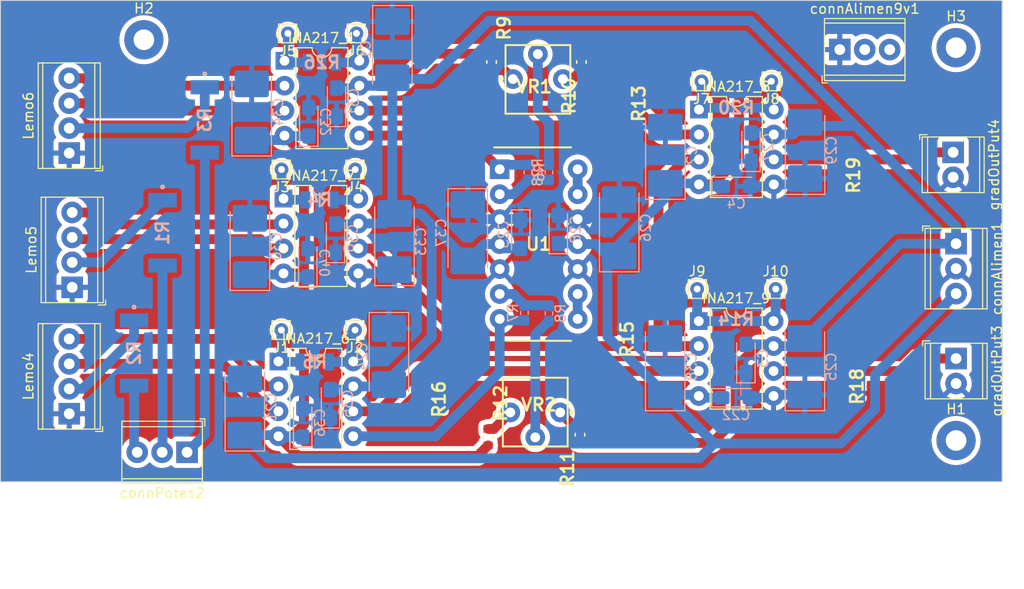
<source format=kicad_pcb>
(kicad_pcb (version 20221018) (generator pcbnew)
  (layers (0 "F.Cu" mixed "Top Layer") (31 "B.Cu" mixed "Bottom Layer") (34 "B.Paste" user "Bottom Paste") (35 "F.Paste" user "Top Paste") (36 "B.SilkS" user "Bottom Overlay") (37 "F.SilkS" user "Top Overlay") (38 "B.Mask" user "Bottom Solder") (39 "F.Mask" user "Top Solder") (44 "Edge.Cuts" user))
  (net 0 "")
  (net 1 "-13")
  (net 2 "Earth")
  (net 3 "+13")
  (net 6 "Net-(connPotes2-Pin_1)")
  (net 7 "Net-(connPotes2-Pin_2)")
  (net 8 "Net-(connPotes2-Pin_3)")
  (net 9 "Net-(gradOutPut3-Pin_1)")
  (net 10 "Net-(gradOutPut4-Pin_1)")
  (net 11 "Net-(J5-Pin_1)")
  (net 12 "Net-(INA217_1--)")
  (net 13 "Net-(INA217_1-+)")
  (net 14 "Net-(INA217_1-Ref)")
  (net 15 "Net-(INA217_8--)")
  (net 16 "Net-(J6-Pin_1)")
  (net 17 "Net-(J1-Pin_1)")
  (net 18 "Net-(INA217_6--)")
  (net 19 "Net-(INA217_6-+)")
  (net 20 "Net-(INA217_6-Ref)")
  (net 21 "Net-(INA217_9-+)")
  (net 22 "Net-(J2-Pin_1)")
  (net 23 "Net-(J3-Pin_1)")
  (net 24 "Net-(INA217_7--)")
  (net 25 "Net-(INA217_7-+)")
  (net 26 "Net-(INA217_8-+)")
  (net 27 "Net-(J4-Pin_1)")
  (net 28 "Net-(J7-Pin_1)")
  (net 29 "Net-(J8-Pin_1)")
  (net 30 "Net-(J9-Pin_1)")
  (net 31 "Net-(J10-Pin_1)")
  (net 32 "Net-(Lemo4-Pin_2)")
  (net 33 "Net-(Lemo5-Pin_2)")
  (net 34 "Net-(Lemo6-Pin_2)")
  (net 35 "Net-(U1A--)")
  (net 36 "Net-(R8-Pad1)")
  (net 37 "Net-(R9-Pad2)")
  (net 38 "Net-(R10-Pad1)")
  (net 39 "Net-(R11-Pad2)")
  (net 40 "Net-(R12-Pad1)")
  (net 41 "Net-(R28-Pad1)")
  (net 42 "Net-(U1B--)")
  (net 43 "Net-(U1C--)")
  (net 44 "Net-(U1D--)")
  (footprint "Library_Acid_etch_limitations:MountingHole_2.1mm_Acid_Etch_Limitations" (layer "F.Cu") (at 167.3011 110.8036)
    (fp_text reference "H3")
    (fp_text value "MountingHole_Pad")
  )
  (footprint "SamacSys_Parts:RESC1608X60N" (layer "F.Cu") (at 119.6511 150.4654 -90)
    (fp_text reference "R12")
    (fp_text value "1k" hide)
  )
  (footprint "Library_Acid_etch_limitations:RESC1005X40N_Acid_Etch_Limitations" (layer "F.Cu") (at 135 116.5 90)
    (fp_text reference "R13")
    (fp_text value "2k" hide)
  )
  (footprint "TerminalBlock_Phoenix:TerminalBlock_Phoenix_MPT-0,5-4-2.54_1x04_P2.54mm_Horizontal" (layer "F.Cu") (at 77.3011 135.2036 90)
    (fp_text reference "Lemo5")
    (fp_text value "Connector")
  )
  (footprint "Library_Acid_etch_limitations:RESC1005X40N_Acid_Etch_Limitations" (layer "F.Cu") (at 114.65 146.6 -90)
    (fp_text reference "R16")
    (fp_text value "2k" hide)
  )
  (footprint "Library_Acid_etch_limitations:3362P_1_Acid_Etch_Limitations" (layer "F.Cu") (at 124.4511 144.4154 180)
    (fp_text reference "VR2")
    (fp_text value "10k" hide)
  )
  (footprint "Library_Acid_etch_limitations:DIP794W53P254L1930H508Q14N_Acid_Etch_Limitations" (layer "F.Cu") (at 124.8011 130.8036)
    (fp_text reference "U1")
    (fp_text value "TL074" hide)
  )
  (footprint "Connector_Pin:Pin_D0.7mm_L6.5mm_W1.8mm_FlatFork" (layer "F.Cu") (at 98.6171 123.2081)
    (fp_text reference "J3")
    (fp_text value "~")
  )
  (footprint "Library_Acid_etch_limitations:MountingHole_2.1mm_Acid_Etch_Limitations" (layer "F.Cu") (at 167.3011 150.8036)
    (fp_text reference "H1")
    (fp_text value "MountingHole_Pad")
  )
  (footprint "Connector_Pin:Pin_D0.7mm_L6.5mm_W1.8mm_FlatFork" (layer "F.Cu") (at 106.2451 109.3481)
    (fp_text reference "J6")
    (fp_text value "~")
  )
  (footprint "Connector_Pin:Pin_D0.7mm_L6.5mm_W1.8mm_FlatFork" (layer "F.Cu") (at 141.383 114.2325)
    (fp_text reference "J7")
    (fp_text value "~")
  )
  (footprint "Library_Acid_etch_limitations:3362P_1_Acid_Etch_Limitations" (layer "F.Cu") (at 124.7213 117.53)
    (fp_text reference "VR1")
    (fp_text value "10k" hide)
  )
  (footprint "Library_Acid_etch_limitations:DIP-8_W7.62mm_Acid_Etch_Limitations" (layer "F.Cu") (at 141.122 117.1055)
    (fp_text reference "INA217_8")
    (fp_text value "X")
  )
  (footprint "Connector_Pin:Pin_D0.7mm_L6.5mm_W1.8mm_FlatFork" (layer "F.Cu") (at 148.495 114.2325)
    (fp_text reference "J8")
    (fp_text value "~")
  )
  (footprint "Library_Acid_etch_limitations:DIP-8_W7.62mm_Acid_Etch_Limitations" (layer "F.Cu") (at 98.9171 112.1381)
    (fp_text reference "INA217_1")
    (fp_text value "X")
  )
  (footprint "Connector_Pin:Pin_D0.7mm_L6.5mm_W1.8mm_FlatFork" (layer "F.Cu") (at 99.2601 109.3481)
    (fp_text reference "J5")
    (fp_text value "~")
  )
  (footprint "Connector_Pin:Pin_D0.7mm_L6.5mm_W1.8mm_FlatFork" (layer "F.Cu") (at 140.934 135.376 180)
    (fp_text reference "J9")
    (fp_text value "~")
  )
  (footprint "Library_Acid_etch_limitations:TerminalBlock_Phoenix_MPT-0,5-3-2.54_1x03_P2.54mm_Horizontal_Acid_Etch_Limitations" (layer "F.Cu") (at 167.3011 130.7636 -90)
    (fp_text reference "connAlimen1")
    (fp_text value "Connector")
  )
  (footprint "Connector_Pin:Pin_D0.7mm_L6.5mm_W1.8mm_FlatFork" (layer "F.Cu") (at 106.1011 139.5536)
    (fp_text reference "J2")
    (fp_text value "~")
  )
  (footprint "Library_Acid_etch_limitations:TerminalBlock_Phoenix_MPT-0,5-3-2.54_1x03_P2.54mm_Horizontal_Acid_Etch_Limitations" (layer "F.Cu") (at 89 152 180)
    (fp_text reference "connPotes2")
    (fp_text value "Connector")
  )
  (footprint "Library_Acid_etch_limitations:TerminalBlock_Phoenix_MPT-0,5-2-2.54_1x02_P2.54mm_Horizontal_Acid_Etch_Limitations" (layer "F.Cu") (at 167 121.46 -90)
    (fp_text reference "gradOutPut4")
    (fp_text value "Connector")
  )
  (footprint "Connector_Pin:Pin_D0.7mm_L6.5mm_W1.8mm_FlatFork" (layer "F.Cu") (at 106.1171 123.2081)
    (fp_text reference "J4")
    (fp_text value "~")
  )
  (footprint "Connector_Pin:Pin_D0.7mm_L6.5mm_W1.8mm_FlatFork" (layer "F.Cu") (at 148.934 135.376 180)
    (fp_text reference "J10")
    (fp_text value "~")
  )
  (footprint "Library_Acid_etch_limitations:TerminalBlock_Phoenix_MPT-0,5-2-2.54_1x02_P2.54mm_Horizontal_Acid_Etch_Limitations" (layer "F.Cu") (at 167.3011 142.46 -90)
    (fp_text reference "gradOutPut3")
    (fp_text value "Connector")
  )
  (footprint "Library_Acid_etch_limitations:TerminalBlock_Phoenix_MPT-0,5-3-2.54_1x03_P2.54mm_Horizontal_Acid_Etch_Limitations" (layer "F.Cu") (at 155.46 111)
    (fp_text reference "connAlimen9v1")
    (fp_text value "Connector")
  )
  (footprint "Package_DIP:DIP-8_W7.62mm" (layer "F.Cu") (at 98.3011 142.7536)
    (fp_text reference "INA217_6")
    (fp_text value "X")
  )
  (footprint "Library_Acid_etch_limitations:RESC1005X40N_Acid_Etch_Limitations" (layer "F.Cu") (at 133.8 140.5 90)
    (fp_text reference "R15")
    (fp_text value "2k" hide)
  )
  (footprint "SamacSys_Parts:RESC1608X60N" (layer "F.Cu") (at 129.1518 112.26 90)
    (fp_text reference "R10")
    (fp_text value "1k" hide)
  )
  (footprint "TerminalBlock_Phoenix:TerminalBlock_Phoenix_MPT-0,5-4-2.54_1x04_P2.54mm_Horizontal" (layer "F.Cu") (at 77 148.08 90)
    (fp_text reference "Lemo4")
    (fp_text value "Connector")
  )
  (footprint "Library_Acid_etch_limitations:DIP-8_W7.62mm_Acid_Etch_Limitations" (layer "F.Cu") (at 141.1 138.65)
    (fp_text reference "INA217_9")
    (fp_text value "X")
  )
  (footprint "Connector_Pin:Pin_D0.7mm_L6.5mm_W1.8mm_FlatFork" (layer "F.Cu") (at 98.6011 139.5536)
    (fp_text reference "J1")
    (fp_text value "~")
  )
  (footprint "Library_Acid_etch_limitations:MountingHole_2.1mm_Acid_Etch_Limitations" (layer "F.Cu") (at 84.6 110)
    (fp_text reference "H2")
    (fp_text value "MountingHole_Pad")
  )
  (footprint "TerminalBlock_Phoenix:TerminalBlock_Phoenix_MPT-0,5-4-2.54_1x04_P2.54mm_Horizontal" (layer "F.Cu") (at 77 121.54 90)
    (fp_text reference "Lemo6")
    (fp_text value "Connector")
  )
  (footprint "Library_Acid_etch_limitations:RESC1005X40N_Acid_Etch_Limitations" (layer "F.Cu") (at 157.2 145.3 90)
    (fp_text reference "R18")
    (fp_text value "2k" hide)
  )
  (footprint "SamacSys_Parts:RESC1608X60N" (layer "F.Cu") (at 129.0011 150.2154 90)
    (fp_text reference "R11")
    (fp_text value "1k" hide)
  )
  (footprint "SamacSys_Parts:RESC1608X60N" (layer "F.Cu") (at 120.0018 112.26 -90)
    (fp_text reference "R9")
    (fp_text value "1k" hide)
  )
  (footprint "Library_Acid_etch_limitations:RESC1005X40N_Acid_Etch_Limitations" (layer "F.Cu") (at 156.85 123.8 90)
    (fp_text reference "R19")
    (fp_text value "2k" hide)
  )
  (footprint "Library_Acid_etch_limitations:DIP-8_W7.62mm_Acid_Etch_Limitations" (layer "F.Cu") (at 98.8171 126.1681)
    (fp_text reference "INA217_7")
    (fp_text value "X")
  )
  (footprint "SamacSys_Parts:RESC1608X55N" (layer "B.Cu") (at 144.922 116.9255)
    (fp_text reference "R20")
    (fp_text value "10k" hide)
  )
  (footprint "Capacitor_Tantalum_SMD:CP_EIA-3216-10_Kemet-I_Pad1.58x1.35mm_HandSolder" (layer "B.Cu") (at 145.9 142.45 90)
    (fp_text reference "C3")
    (fp_text value "0.1uF")
  )
  (footprint "SamacSys_Parts:RESC1608X55N" (layer "B.Cu") (at 144.9 138.45)
    (fp_text reference "R14")
    (fp_text value "10k" hide)
  )
  (footprint "SamacSys_Parts:RESC3016X65N" (layer "B.Cu") (at 102 142.8)
    (fp_text reference "R5")
    (fp_text value "200" hide)
  )
  (footprint "Library_Acid_etch_limitations:R_0402_1005Metric_Pad0.72x0.64mm_HandSolder_Acid_Etch_Limitations" (layer "B.Cu") (at 123.7 123.5 90)
    (fp_text reference "R6")
    (fp_text value "2k")
  )
  (footprint "Capacitor_Tantalum_SMD:CP_EIA-7132-20_AVX-U_Pad2.72x3.50mm_HandSolder" (layer "B.Cu") (at 109.9 111 -90)
    (fp_text reference "C1")
    (fp_text value "10uF")
  )
  (footprint "Capacitor_Tantalum_SMD:CP_EIA-3216-10_Kemet-I_Pad1.58x1.35mm_HandSolder" (layer "B.Cu") (at 122.9741 129.8036 -90)
    (fp_text reference "C23")
    (fp_text value "0.1uF")
  )
  (footprint "Capacitor_Tantalum_SMD:CP_EIA-7132-20_AVX-U_Pad2.72x3.50mm_HandSolder" (layer "B.Cu") (at 151.902 143.287 90)
    (fp_text reference "C25")
    (fp_text value "10uF")
  )
  (footprint "SamacSys_Parts:ERJ1T__2512_" (layer "B.Cu") (at 83.6 141.9 -90)
    (fp_text reference "R2")
    (fp_text value "1.5k" hide)
  )
  (footprint "Capacitor_Tantalum_SMD:CP_EIA-7132-20_AVX-U_Pad2.72x3.50mm_HandSolder" (layer "B.Cu") (at 151.924 121.2625 90)
    (fp_text reference "C29")
    (fp_text value "10uF")
  )
  (footprint "Capacitor_Tantalum_SMD:CP_EIA-7132-20_AVX-U_Pad2.72x3.50mm_HandSolder" (layer "B.Cu") (at 117.5791 129.6406 -90)
    (fp_text reference "C37")
    (fp_text value "10uF")
  )
  (footprint "Capacitor_Tantalum_SMD:CP_EIA-7132-20_AVX-U_Pad2.72x3.50mm_HandSolder" (layer "B.Cu") (at 95.5771 117.3491 90)
    (fp_text reference "C34")
    (fp_text value "10uF")
  )
  (footprint "Capacitor_Tantalum_SMD:CP_EIA-7132-20_AVX-U_Pad2.72x3.50mm_HandSolder" (layer "B.Cu") (at 109.5511 142.2536 -90)
    (fp_text reference "C24")
    (fp_text value "10uF")
  )
  (footprint "Capacitor_Tantalum_SMD:CP_EIA-7132-20_AVX-U_Pad2.72x3.50mm_HandSolder" (layer "B.Cu") (at 133 129.1406 90)
    (fp_text reference "C26")
    (fp_text value "10uF")
  )
  (footprint "Capacitor_Tantalum_SMD:CP_EIA-3216-10_Kemet-I_Pad1.58x1.35mm_HandSolder" (layer "B.Cu") (at 126.8011 129.3036 90)
    (fp_text reference "C28")
    (fp_text value "0.1uF")
  )
  (footprint "Capacitor_Tantalum_SMD:CP_EIA-3216-10_Kemet-I_Pad1.58x1.35mm_HandSolder" (layer "B.Cu") (at 146.422 120.9255 90)
    (fp_text reference "C27")
    (fp_text value "0.1uF")
  )
  (footprint "Capacitor_Tantalum_SMD:CP_EIA-7132-20_AVX-U_Pad2.72x3.50mm_HandSolder" (layer "B.Cu") (at 110.1191 130.5451 90)
    (fp_text reference "C33")
    (fp_text value "10uF")
  )
  (footprint "Library_Acid_etch_limitations:R_0402_1005Metric_Pad0.72x0.64mm_HandSolder_Acid_Etch_Limitations" (layer "B.Cu") (at 123.3511 137.8036 -90)
    (fp_text reference "R7")
    (fp_text value "2k")
  )
  (footprint "Capacitor_Tantalum_SMD:CP_EIA-7132-20_AVX-U_Pad2.72x3.50mm_HandSolder" (layer "B.Cu") (at 137.7 121.7625 90)
    (fp_text reference "C2")
    (fp_text value "10uF")
  )
  (footprint "Capacitor_Tantalum_SMD:CP_EIA-3216-10_Kemet-I_Pad1.58x1.35mm_HandSolder" (layer "B.Cu") (at 104.1171 130.2081 90)
    (fp_text reference "C39")
    (fp_text value "0.1uF")
  )
  (footprint "Capacitor_Tantalum_SMD:CP_EIA-3216-10_Kemet-I_Pad1.58x1.35mm_HandSolder" (layer "B.Cu") (at 144.9 146.45)
    (fp_text reference "C22")
    (fp_text value "0.1uF")
  )
  (footprint "Capacitor_Tantalum_SMD:CP_EIA-7132-20_AVX-U_Pad2.72x3.50mm_HandSolder" (layer "B.Cu") (at 137.678 143.287 90)
    (fp_text reference "C38")
    (fp_text value "10uF")
  )
  (footprint "Capacitor_Tantalum_SMD:CP_EIA-7132-20_AVX-U_Pad2.72x3.50mm_HandSolder" (layer "B.Cu") (at 95.3951 131.0451 90)
    (fp_text reference "C30")
    (fp_text value "10uF")
  )
  (footprint "Library_Acid_etch_limitations:R_0402_1005Metric_Pad0.72x0.64mm_HandSolder_Acid_Etch_Limitations" (layer "B.Cu") (at 125.85 123.5 -90)
    (fp_text reference "R28")
    (fp_text value "20k")
  )
  (footprint "Capacitor_Tantalum_SMD:CP_EIA-7132-20_AVX-U_Pad2.72x3.50mm_HandSolder" (layer "B.Cu") (at 94.8791 147.3906 90)
    (fp_text reference "C21")
    (fp_text value "10uF")
  )
  (footprint "Capacitor_Tantalum_SMD:CP_EIA-3216-10_Kemet-I_Pad1.58x1.35mm_HandSolder" (layer "B.Cu") (at 104.2171 116.3581 90)
    (fp_text reference "C31")
    (fp_text value "0.1uF")
  )
  (footprint "Capacitor_Tantalum_SMD:CP_EIA-3216-10_Kemet-I_Pad1.58x1.35mm_HandSolder" (layer "B.Cu") (at 144.922 124.9255)
    (fp_text reference "C4")
    (fp_text value "0.1uF")
  )
  (footprint "Capacitor_Tantalum_SMD:CP_EIA-3216-10_Kemet-I_Pad1.58x1.35mm_HandSolder" (layer "B.Cu") (at 100.7741 148.9911 90)
    (fp_text reference "C36")
    (fp_text value "0.1uF")
  )
  (footprint "SamacSys_Parts:RESC3016X65N" (layer "B.Cu") (at 102.7171 112.3)
    (fp_text reference "R26")
    (fp_text value "200" hide)
  )
  (footprint "SamacSys_Parts:ERJ1T__2512_" (layer "B.Cu") (at 86.5 129.6625 -90)
    (fp_text reference "R1")
    (fp_text value "1.5k" hide)
  )
  (footprint "Capacitor_Tantalum_SMD:CP_EIA-3216-10_Kemet-I_Pad1.58x1.35mm_HandSolder" (layer "B.Cu") (at 103.6011 147.0536 90)
    (fp_text reference "C35")
    (fp_text value "0.1uF")
  )
  (footprint "SamacSys_Parts:RESC3016X65N" (layer "B.Cu") (at 102.5 126.3)
    (fp_text reference "R4")
    (fp_text value "200" hide)
  )
  (footprint "Library_Acid_etch_limitations:R_0402_1005Metric_Pad0.72x0.64mm_HandSolder_Acid_Etch_Limitations" (layer "B.Cu") (at 125.8511 137.8536 90)
    (fp_text reference "R8")
    (fp_text value "20k")
  )
  (footprint "Capacitor_Tantalum_SMD:CP_EIA-3216-10_Kemet-I_Pad1.58x1.35mm_HandSolder" (layer "B.Cu") (at 101.3901 118.3581 90)
    (fp_text reference "C32")
    (fp_text value "0.1uF")
  )
  (footprint "SamacSys_Parts:ERJ1T__2512_" (layer "B.Cu") (at 90.8 118.1625 -90)
    (fp_text reference "R3")
    (fp_text value "1.5k" hide)
  )
  (footprint "Capacitor_Tantalum_SMD:CP_EIA-3216-10_Kemet-I_Pad1.58x1.35mm_HandSolder" (layer "B.Cu") (at 101.2901 132.7081 90)
    (fp_text reference "C40")
    (fp_text value "0.1uF")
  )
  (gr_line (start 172 106) (end 172 155) (stroke (width 0.1)) (layer "Edge.Cuts"))
  (gr_line (start 70 106) (end 172 106) (stroke (width 0.1)) (layer "Edge.Cuts"))
  (gr_line (start 70 155) (end 70 106) (stroke (width 0.1)) (layer "Edge.Cuts"))
  (gr_line (start 172 155) (end 70 155) (stroke (width 0.1)) (layer "Edge.Cuts"))
  (gr_text "VB" (at 73 119 90) (layer "F.Cu") (effects (font (size 1.5 1.5) (thickness 0.3) bold) (justify left bottom)))
  (gr_text "+" (at 71.2 116) (layer "F.Cu") (effects (font (size 1.5 1.5) (thickness 0.3) bold) (justify left bottom)))
  (gr_text "GND" (at 73 125 90) (layer "F.Cu") (effects (font (size 1.5 1.5) (thickness 0.3) bold) (justify left bottom)))
  (gr_text "-\n" (at 72.9 113 90) (layer "F.Cu") (effects (font (size 1.5 1.5) (thickness 0.3) bold) (justify left bottom)))
  (segment (start 99.715313 150.3736) (end 100.9011 149.187813) (width 1) (layer "F.Cu") (net 1))
  (segment (start 145.2 122.061713) (end 142.536213 124.7255) (width 1) (layer "F.Cu") (net 1))
  (segment (start 100.3011 152.3736) (end 98.3011 150.3736) (width 1) (layer "F.Cu") (net 1))
  (segment (start 100.9011 149.187813) (end 100.9011 133.7036) (width 1) (layer "F.Cu") (net 1))
  (segment (start 100.9011 133.7036) (end 100.9011 121.7421) (width 1) (layer "F.Cu") (net 1))
  (segment (start 142.536213 124.7255) (end 141.122 124.7255) (width 1) (layer "F.Cu") (net 1))
  (segment (start 129.1518 111.4218) (end 141.886728 111.4218) (width 1) (layer "F.Cu") (net 1))
  (segment (start 145.2 114.735072) (end 145.2 122.061713) (width 1) (layer "F.Cu") (net 1))
  (segment (start 98.8171 133.7881) (end 100.8166 133.7881) (width 1) (layer "F.Cu") (net 1))
  (segment (start 141.886728 111.4218) (end 145.2 114.735072) (width 1) (layer "F.Cu") (net 1))
  (segment (start 100.8166 133.7881) (end 100.9011 133.7036) (width 1) (layer "F.Cu") (net 1))
  (segment (start 118.5811 152.3736) (end 100.3011 152.3736) (width 1) (layer "F.Cu") (net 1))
  (segment (start 119.6511 151.3036) (end 118.5811 152.3736) (width 1) (layer "F.Cu") (net 1))
  (segment (start 100.9011 121.7421) (end 98.9171 119.7581) (width 1) (layer "F.Cu") (net 1))
  (segment (start 98.3011 150.3736) (end 99.715313 150.3736) (width 1) (layer "F.Cu") (net 1))
  (segment (start 97.2416 152.6156) (end 141.1676 152.6156) (width 1) (layer "B.Cu") (net 1))
  (segment (start 142.9011 151.1036) (end 142.6796 151.1036) (width 1) (layer "B.Cu") (net 1))
  (segment (start 137.7 124.625) (end 137.7 126.1062) (width 1) (layer "B.Cu") (net 1))
  (segment (start 101.3901 119.7956) (end 98.9546 119.7956) (width 1) (layer "B.Cu") (net 1))
  (segment (start 98.4636 120.2116) (end 98.9171 119.7581) (width 1) (layer "B.Cu") (net 1))
  (segment (start 143.4845 124.9255) (end 141.322 124.9255) (width 1) (layer "B.Cu") (net 1))
  (segment (start 98.1806 150.2531) (end 98.3011 150.3736) (width 1) (layer "B.Cu") (net 1))
  (segment (start 141.28 146.45) (end 141.1 146.27) (width 1) (layer "B.Cu") (net 1))
  (segment (start 137.7 126.1062) (end 131.8031 132.0031) (width 1) (layer "B.Cu") (net 1))
  (segment (start 141.322 124.9255) (end 141.122 124.7255) (width 1) (layer "B.Cu") (net 1))
  (segment (start 126.8011 130.7411) (end 128.7086 130.7411) (width 1) (layer "B.Cu") (net 1))
  (segment (start 128.7086 130.7411) (end 128.7711 130.8036) (width 1) (layer "B.Cu") (net 1))
  (segment (start 94.8791 150.2531) (end 98.1806 150.2531) (width 1) (layer "B.Cu") (net 1))
  (segment (start 166.1511 137.0036) (end 159.0511 144.1036) (width 1) (layer "B.Cu") (net 1))
  (segment (start 159.0511 147.6036) (end 155.5511 151.1036) (width 1) (layer "B.Cu") (net 1))
  (segment (start 98.6976 133.9076) (end 98.8171 133.7881) (width 1) (layer "B.Cu") (net 1))
  (segment (start 143.4625 146.45) (end 141.28 146.45) (width 1) (layer "B.Cu") (net 1))
  (segment (start 98.9546 119.7956) (end 98.9171 119.7581) (width 1) (layer "B.Cu") (net 1))
  (segment (start 101.2901 134.1456) (end 99.1746 134.1456) (width 1) (layer "B.Cu") (net 1))
  (segment (start 159.0511 144.1036) (end 159.0511 147.6036) (width 1) (layer "B.Cu") (net 1))
  (segment (start 95.3951 133.9076) (end 98.6976 133.9076) (width 1) (layer "B.Cu") (net 1))
  (segment (start 166.1511 136.9936) (end 166.1511 137.0036) (width 1) (layer "B.Cu") (net 1))
  (segment (start 131.8031 132.0031) (end 130.6036 130.8036) (width 1) (layer "B.Cu") (net 1))
  (segment (start 137.678 146.1495) (end 140.9795 146.1495) (width 1) (layer "B.Cu") (net 1))
  (segment (start 137.5791 146.0031) (end 131.8031 140.2271) (width 1) (layer "B.Cu") (net 1))
  (segment (start 141.1676 152.6156) (end 142.6796 151.1036) (width 1) (layer "B.Cu") (net 1))
  (segment (start 131.8031 140.2271) (end 131.8031 132.0031) (width 1) (layer "B.Cu") (net 1))
  (segment (start 167.3011 135.8436) (end 166.1511 136.9936) (width 1) (layer "B.Cu") (net 1))
  (segment (start 100.7741 150.4286) (end 98.3561 150.4286) (width 1) (layer "B.Cu") (net 1))
  (segment (start 137.7 124.625) (end 141.0215 124.625) (width 1) (layer "B.Cu") (net 1))
  (segment (start 130.6036 130.8036) (end 128.7711 130.8036) (width 1) (layer "B.Cu") (net 1))
  (segment (start 155.5511 151.1036) (end 142.9011 151.1036) (width 1) (layer "B.Cu") (net 1))
  (segment (start 98.3561 150.4286) (end 98.3011 150.3736) (width 1) (layer "B.Cu") (net 1))
  (segment (start 95.5771 120.2116) (end 98.4636 120.2116) (width 1) (layer "B.Cu") (net 1))
  (segment (start 140.9795 146.1495) (end 141.1 146.27) (width 1) (layer "B.Cu") (net 1))
  (segment (start 142.6796 151.1036) (end 137.5791 146.0031) (width 1) (layer "B.Cu") (net 1))
  (segment (start 99.1746 134.1456) (end 98.8171 133.7881) (width 1) (layer "B.Cu") (net 1))
  (segment (start 141.0215 124.625) (end 141.122 124.7255) (width 1) (layer "B.Cu") (net 1))
  (segment (start 94.8791 150.2531) (end 97.2416 152.6156) (width 1) (layer "B.Cu") (net 1))
  (segment (start 109.5866 133.7881) (end 106.4371 133.7881) (width 1) (layer "B.Cu") (net 2))
  (segment (start 151.924 124.2655) (end 151.464 124.7255) (width 1) (layer "B.Cu") (net 2))
  (segment (start 109.6626 133.8641) (end 109.5866 133.7881) (width 1) (layer "B.Cu") (net 2))
  (segment (start 146.422 122.363) (end 146.422 124.863) (width 1) (layer "B.Cu") (net 2))
  (segment (start 146.3595 124.9255) (end 148.542 124.9255) (width 1) (layer "B.Cu") (net 2))
  (segment (start 110.1191 133.4076) (end 109.6626 133.8641) (width 1) (layer "B.Cu") (net 2))
  (segment (start 100.7741 147.5536) (end 102.6636 147.5536) (width 1) (layer "B.Cu") (net 2))
  (segment (start 148.8405 146.1495) (end 148.54 146.45) (width 1) (layer "B.Cu") (net 2))
  (segment (start 146.422 124.863) (end 146.3595 124.9255) (width 1) (layer "B.Cu") (net 2))
  (segment (start 148.54 146.45) (end 148.72 146.27) (width 1) (layer "B.Cu") (net 2))
  (segment (start 151.902 146.1495) (end 148.8405 146.1495) (width 1) (layer "B.Cu") (net 2))
  (segment (start 128.3736 127.8661) (end 128.7711 128.2636) (width 1) (layer "B.Cu") (net 2))
  (segment (start 122.8526 128.2446) (end 120.8151 128.2446) (width 1) (layer "B.Cu") (net 2))
  (segment (start 126.8011 127.8661) (end 128.3736 127.8661) (width 1) (layer "B.Cu") (net 2))
  (segment (start 122.9741 128.3661) (end 122.8526 128.2446) (width 1) (layer "B.Cu") (net 2))
  (segment (start 151.924 124.125) (end 151.924 124.2655) (width 1) (layer "B.Cu") (net 2))
  (segment (start 117.5791 126.7781) (end 119.0646 128.2636) (width 1) (layer "B.Cu") (net 2))
  (segment (start 145.9 143.8875) (end 145.9 146.0125) (width 1) (layer "B.Cu") (net 2))
  (segment (start 145.9 146.0125) (end 146.3375 146.45) (width 1) (layer "B.Cu") (net 2))
  (segment (start 129.8176 128.2636) (end 128.7711 128.2636) (width 1) (layer "B.Cu") (net 2))
  (segment (start 102.6636 147.5536) (end 103.6011 148.4911) (width 1) (layer "B.Cu") (net 2))
  (segment (start 151.464 124.7255) (end 148.742 124.7255) (width 1) (layer "B.Cu") (net 2))
  (segment (start 146.3375 146.45) (end 148.54 146.45) (width 1) (layer "B.Cu") (net 2))
  (segment (start 148.542 124.9255) (end 148.742 124.7255) (width 1) (layer "B.Cu") (net 2))
  (segment (start 119.0646 128.2636) (end 120.8311 128.2636) (width 1) (layer "B.Cu") (net 2))
  (segment (start 131.8031 126.2781) (end 129.8176 128.2636) (width 1) (layer "B.Cu") (net 2))
  (segment (start 113.8282 111.4218) (end 110.5719 114.6781) (width 1) (layer "F.Cu") (net 3))
  (segment (start 120.0018 111.4218) (end 113.8282 111.4218) (width 1) (layer "F.Cu") (net 3))
  (segment (start 142.4511 151.0536) (end 144.8511 148.6536) (width 1) (layer "F.Cu") (net 3))
  (segment (start 110.5719 114.6781) (end 106.5371 114.6781) (width 1) (layer "F.Cu") (net 3))
  (segment (start 144.8511 148.6536) (end 144.8511 143.379387) (width 1) (layer "F.Cu") (net 3))
  (segment (start 147.206887 141.0236) (end 148.6211 141.0236) (width 1) (layer "F.Cu") (net 3))
  (segment (start 144.8511 143.379387) (end 147.206887 141.0236) (width 1) (layer "F.Cu") (net 3))
  (segment (start 129.0011 151.0536) (end 142.4511 151.0536) (width 1) (layer "F.Cu") (net 3))
  (segment (start 109.6031 144.5281) (end 108.8376 145.2936) (width 1) (layer "B.Cu") (net 3))
  (segment (start 145.9 141.0125) (end 148.5425 141.0125) (width 1) (layer "B.Cu") (net 3))
  (segment (start 151.902 140.4245) (end 151.1365 141.19) (width 1) (layer "B.Cu") (net 3))
  (segment (start 121.2686 131.2411) (end 120.8311 130.8036) (width 1) (layer "B.Cu") (net 3))
  (segment (start 122.9741 131.2411) (end 121.2686 131.2411) (width 1) (layer "B.Cu") (net 3))
  (segment (start 117.5791 132.5031) (end 119.2786 130.8036) (width 1) (layer "B.Cu") (net 3))
  (segment (start 113.9011 140.2301) (end 109.6031 144.5281) (width 1) (layer "B.Cu") (net 3))
  (segment (start 106.2946 114.9206) (end 106.5371 114.6781) (width 1) (layer "B.Cu") (net 3))
  (segment (start 167.3011 130.7636) (end 167.3011 129.0036) (width 1) (layer "B.Cu") (net 3))
  (segment (start 161.5629 130.7636) (end 167.3011 130.7636) (width 1) (layer "B.Cu") (net 3))
  (segment (start 113.8214 113.9786) (end 115.2011 112.5989) (width 1) (layer "B.Cu") (net 3))
  (segment (start 113.9011 128.8251) (end 113.9011 140.2301) (width 1) (layer "B.Cu") (net 3))
  (segment (start 148.0011 109.7011) (end 146.35 108.05) (width 1) (layer "B.Cu") (net 3))
  (segment (start 148.0011 109.7036) (end 148.0011 109.7011) (width 1) (layer "B.Cu") (net 3))
  (segment (start 157.0756 118.7781) (end 151.8031 118.7781) (width 1) (layer "B.Cu") (net 3))
  (segment (start 108.8376 145.2936) (end 105.9211 145.2936) (width 1) (layer "B.Cu") (net 3))
  (segment (start 104.2171 114.9206) (end 106.2946 114.9206) (width 1) (layer "B.Cu") (net 3))
  (segment (start 117.5791 132.5031) (end 113.9011 128.8251) (width 1) (layer "B.Cu") (net 3))
  (segment (start 103.6011 145.6161) (end 105.5986 145.6161) (width 1) (layer "B.Cu") (net 3))
  (segment (start 167.3011 129.0036) (end 157.0756 118.7781) (width 1) (layer "B.Cu") (net 3))
  (segment (start 112.7586 127.6826) (end 113.9011 128.8251) (width 1) (layer "B.Cu") (net 3))
  (segment (start 109.9 127.4635) (end 110.1191 127.6826) (width 1) (layer "B.Cu") (net 3))
  (segment (start 104.1171 128.7706) (end 106.3746 128.7706) (width 1) (layer "B.Cu") (net 3))
  (segment (start 110.1191 127.6826) (end 109.0936 128.7081) (width 1) (layer "B.Cu") (net 3))
  (segment (start 157.0756 118.7781) (end 148.0011 109.7036) (width 1) (layer "B.Cu") (net 3))
  (segment (start 148.5425 141.0125) (end 148.72 141.19) (width 1) (layer "B.Cu") (net 3))
  (segment (start 109.8011 113.9786) (end 109.1016 114.6781) (width 1) (layer "B.Cu") (net 3))
  (segment (start 146.35 108.05) (end 119.75 108.05) (width 1) (layer "B.Cu") (net 3))
  (segment (start 151.924 118.4) (end 150.6785 119.6455) (width 1) (layer "B.Cu") (net 3))
  (segment (start 109.0936 128.7081) (end 106.4371 128.7081) (width 1) (layer "B.Cu") (net 3))
  (segment (start 119.2786 130.8036) (end 120.8311 130.8036) (width 1) (layer "B.Cu") (net 3))
  (segment (start 148.5845 119.488) (end 148.742 119.6455) (width 1) (layer "B.Cu") (net 3))
  (segment (start 119.75 108.05) (end 115.2011 112.5989) (width 1) (layer "B.Cu") (net 3))
  (segment (start 109.8011 113.9786) (end 113.8214 113.9786) (width 1) (layer "B.Cu") (net 3))
  (segment (start 109.9 113.8625) (end 109.9 127.4635) (width 1) (layer "B.Cu") (net 3))
  (segment (start 106.3746 128.7706) (end 106.4371 128.7081) (width 1) (layer "B.Cu") (net 3))
  (segment (start 150.6785 119.6455) (end 148.742 119.6455) (width 1) (layer "B.Cu") (net 3))
  (segment (start 105.5986 145.6161) (end 105.9211 145.2936) (width 1) (layer "B.Cu") (net 3))
  (segment (start 110.1191 127.6826) (end 112.7586 127.6826) (width 1) (layer "B.Cu") (net 3))
  (segment (start 109.1016 114.6781) (end 106.5371 114.6781) (width 1) (layer "B.Cu") (net 3))
  (segment (start 151.1365 141.19) (end 148.72 141.19) (width 1) (layer "B.Cu") (net 3))
  (segment (start 146.422 119.488) (end 148.5845 119.488) (width 1) (layer "B.Cu") (net 3))
  (segment (start 151.902 140.4245) (end 161.5629 130.7636) (width 1) (layer "B.Cu") (net 3))
  (segment (start 90.8 121.4875) (end 90.8 150.2) (width 1) (layer "B.Cu") (net 6))
  (segment (start 90.8 150.2) (end 89 152) (width 1) (layer "B.Cu") (net 6))
  (segment (start 86.5 132.9875) (end 86.5 151.96) (width 1) (layer "B.Cu") (net 7))
  (segment (start 86.5 151.96) (end 86.46 152) (width 1) (layer "B.Cu") (net 7))
  (segment (start 83.6 151.68) (end 83.92 152) (width 1) (layer "B.Cu") (net 8))
  (segment (start 83.6 145.225) (end 83.6 151.68) (width 1) (layer "B.Cu") (net 8))
  (segment (start 162.07 143.73) (end 163.34 142.46) (width 1) (layer "F.Cu") (net 9))
  (segment (start 148.72 143.73) (end 162.07 143.73) (width 1) (layer "F.Cu") (net 9))
  (segment (start 163.34 142.46) (end 167.3011 142.46) (width 1) (layer "F.Cu") (net 9))
  (segment (start 167 121.46) (end 164.9 121.46) (width 1) (layer "F.Cu") (net 10))
  (segment (start 164.9 121.46) (end 164.1745 122.1855) (width 1) (layer "F.Cu") (net 10))
  (segment (start 164.1745 122.1855) (end 148.742 122.1855) (width 1) (layer "F.Cu") (net 10))
  (segment (start 101.2671 112.3) (end 99.079 112.3) (width 1) (layer "B.Cu") (net 11))
  (segment (start 99.1371 112.3581) (end 98.9171 112.1381) (width 1) (layer "B.Cu") (net 11))
  (segment (start 99.2601 109.3481) (end 99.2601 111.7951) (width 1) (layer "B.Cu") (net 11))
  (segment (start 99.2601 111.7951) (end 98.9171 112.1381) (width 1) (layer "B.Cu") (net 11))
  (segment (start 99.079 112.3) (end 98.9171 112.1381) (width 1) (layer "B.Cu") (net 11))
  (segment (start 90.8 114.6781) (end 98.9171 114.6781) (width 1) (layer "F.Cu") (net 12))
  (segment (start 77 113.92) (end 78.555634 113.92) (width 1) (layer "F.Cu") (net 12))
  (segment (start 79.313734 114.6781) (end 90.8 114.6781) (width 1) (layer "F.Cu") (net 12))
  (segment (start 78.555634 113.92) (end 79.313734 114.6781) (width 1) (layer "F.Cu") (net 12))
  (segment (start 78.555634 116.46) (end 79.313734 117.2181) (width 1) (layer "F.Cu") (net 13))
  (segment (start 79.313734 117.2181) (end 98.9171 117.2181) (width 1) (layer "F.Cu") (net 13))
  (segment (start 77 116.46) (end 78.555634 116.46) (width 1) (layer "F.Cu") (net 13))
  (segment (start 117.4056 119.7581) (end 120.8311 123.1836) (width 1) (layer "F.Cu") (net 14))
  (segment (start 106.5371 119.7581) (end 117.4056 119.7581) (width 1) (layer "F.Cu") (net 14))
  (segment (start 121.2847 122.73) (end 123.7 122.73) (width 1) (layer "B.Cu") (net 14))
  (segment (start 120.8311 123.1836) (end 121.2847 122.73) (width 1) (layer "B.Cu") (net 14))
  (segment (start 137.3755 119.6455) (end 141.122 119.6455) (width 1) (layer "F.Cu") (net 15))
  (segment (start 116.4 117.2181) (end 134.9481 117.2181) (width 1) (layer "F.Cu") (net 15))
  (segment (start 106.5371 117.2181) (end 116.4 117.2181) (width 1) (layer "F.Cu") (net 15))
  (segment (start 134.9481 117.2181) (end 137.3755 119.6455) (width 1) (layer "F.Cu") (net 15))
  (segment (start 106.2451 111.8461) (end 106.5371 112.1381) (width 1) (layer "B.Cu") (net 16))
  (segment (start 106.3752 112.3) (end 106.5371 112.1381) (width 1) (layer "B.Cu") (net 16))
  (segment (start 104.1671 112.3) (end 106.3752 112.3) (width 1) (layer "B.Cu") (net 16))
  (segment (start 106.2451 109.3481) (end 106.2451 111.8461) (width 1) (layer "B.Cu") (net 16))
  (segment (start 98.6011 142.4536) (end 98.3011 142.7536) (width 1) (layer "F.Cu") (net 17))
  (segment (start 98.6011 139.5536) (end 98.6011 142.4536) (width 1) (layer "B.Cu") (net 17))
  (segment (start 100.55 142.8) (end 98.3475 142.8) (width 1) (layer "B.Cu") (net 17))
  (segment (start 98.5011 142.5536) (end 98.3011 142.7536) (width 1) (layer "B.Cu") (net 17))
  (segment (start 98.3475 142.8) (end 98.3011 142.7536) (width 1) (layer "B.Cu") (net 17))
  (segment (start 77 140.46) (end 92.2075 140.46) (width 1) (layer "F.Cu") (net 18))
  (segment (start 97.0411 145.2936) (end 98.3011 145.2936) (width 1) (layer "F.Cu") (net 18))
  (segment (start 92.2075 140.46) (end 97.0411 145.2936) (width 1) (layer "F.Cu") (net 18))
  (segment (start 77 143) (end 92.62618 143) (width 1) (layer "F.Cu") (net 19))
  (segment (start 97.45978 147.8336) (end 98.3011 147.8336) (width 1) (layer "F.Cu") (net 19))
  (segment (start 92.62618 143) (end 97.45978 147.8336) (width 1) (layer "F.Cu") (net 19))
  (segment (start 120.8311 143.8236) (end 114.2811 150.3736) (width 1) (layer "B.Cu") (net 20))
  (segment (start 123.3511 138.5736) (end 120.9811 138.5736) (width 1) (layer "B.Cu") (net 20))
  (segment (start 105.9211 150.3736) (end 114.2811 150.3736) (width 1) (layer "B.Cu") (net 20))
  (segment (start 120.9811 138.5736) (end 120.8311 138.4236) (width 1) (layer "B.Cu") (net 20))
  (segment (start 120.8311 138.4236) (end 120.8311 143.8236) (width 1) (layer "B.Cu") (net 20))
  (segment (start 114.65 143.73) (end 114.65 145.8) (width 1) (layer "F.Cu") (net 21))
  (segment (start 108.5 147.8336) (end 112.6036 143.73) (width 1) (layer "F.Cu") (net 21))
  (segment (start 112.6036 143.73) (end 114.65 143.73) (width 1) (layer "F.Cu") (net 21))
  (segment (start 105.9211 147.8336) (end 108.5 147.8336) (width 1) (layer "F.Cu") (net 21))
  (segment (start 114.65 143.73) (end 141.1 143.73) (width 1) (layer "F.Cu") (net 21))
  (segment (start 105.9211 139.7336) (end 106.1011 139.5536) (width 1) (layer "F.Cu") (net 22))
  (segment (start 105.8747 142.8) (end 105.9211 142.7536) (width 1) (layer "B.Cu") (net 22))
  (segment (start 103.45 142.8) (end 105.8747 142.8) (width 1) (layer "B.Cu") (net 22))
  (segment (start 105.7211 142.5536) (end 105.7211 139.9336) (width 1) (layer "B.Cu") (net 22))
  (segment (start 105.7211 139.9336) (end 106.1011 139.5536) (width 1) (layer "B.Cu") (net 22))
  (segment (start 105.7211 142.5536) (end 105.9211 142.7536) (width 1) (layer "B.Cu") (net 22))
  (segment (start 98.949 126.3) (end 98.8171 126.1681) (width 1) (layer "B.Cu") (net 23))
  (segment (start 101.05 126.3) (end 98.949 126.3) (width 1) (layer "B.Cu") (net 23))
  (segment (start 98.6171 125.9681) (end 98.8171 126.1681) (width 1) (layer "B.Cu") (net 23))
  (segment (start 98.6171 123.2081) (end 98.6171 125.9681) (width 1) (layer "B.Cu") (net 23))
  (segment (start 77.3011 127.5836) (end 78.856734 127.5836) (width 1) (layer "F.Cu") (net 24))
  (segment (start 80.076734 128.8036) (end 98.5011 128.8036) (width 1) (layer "F.Cu") (net 24))
  (segment (start 78.856734 127.5836) (end 80.076734 128.8036) (width 1) (layer "F.Cu") (net 24))
  (segment (start 77.3011 130.1236) (end 77.4811 130.3036) (width 1) (layer "F.Cu") (net 25))
  (segment (start 77.4811 130.3036) (end 96.458387 130.3036) (width 1) (layer "F.Cu") (net 25))
  (segment (start 97.402887 131.2481) (end 98.8171 131.2481) (width 1) (layer "F.Cu") (net 25))
  (segment (start 96.458387 130.3036) (end 97.402887 131.2481) (width 1) (layer "F.Cu") (net 25))
  (segment (start 106.4371 131.2481) (end 106.725528 131.2481) (width 1) (layer "F.Cu") (net 26))
  (segment (start 117.793213 141.19) (end 137 141.19) (width 1) (layer "F.Cu") (net 26))
  (segment (start 106.4371 131.2481) (end 107.851313 131.2481) (width 1) (layer "F.Cu") (net 26))
  (segment (start 137 141.19) (end 137 124.893287) (width 1) (layer "F.Cu") (net 26))
  (segment (start 107.851313 131.2481) (end 117.793213 141.19) (width 1) (layer "F.Cu") (net 26))
  (segment (start 137 124.893287) (end 139.707787 122.1855) (width 1) (layer "F.Cu") (net 26))
  (segment (start 139.707787 122.1855) (end 141.122 122.1855) (width 1) (layer "F.Cu") (net 26))
  (segment (start 137 141.19) (end 141.1 141.19) (width 1) (layer "F.Cu") (net 26))
  (segment (start 103.95 126.3) (end 106.3052 126.3) (width 1) (layer "B.Cu") (net 27))
  (segment (start 106.3052 126.3) (end 106.4371 126.1681) (width 1) (layer "B.Cu") (net 27))
  (segment (start 106.1171 125.8481) (end 106.4371 126.1681) (width 1) (layer "B.Cu") (net 27))
  (segment (start 106.1171 123.2081) (end 106.1171 125.8481) (width 1) (layer "B.Cu") (net 27))
  (segment (start 144.172 116.9255) (end 141.302 116.9255) (width 1) (layer "B.Cu") (net 28))
  (segment (start 141.302 116.9255) (end 141.383 116.8445) (width 1) (layer "B.Cu") (net 28))
  (segment (start 141.302 116.9255) (end 141.122 117.1055) (width 1) (layer "B.Cu") (net 28))
  (segment (start 141.383 116.8445) (end 141.383 114.2325) (width 1) (layer "B.Cu") (net 28))
  (segment (start 148.562 116.9255) (end 148.742 117.1055) (width 1) (layer "B.Cu") (net 29))
  (segment (start 145.672 116.9255) (end 148.562 116.9255) (width 1) (layer "B.Cu") (net 29))
  (segment (start 148.495 116.8585) (end 148.495 114.2325) (width 1) (layer "B.Cu") (net 29))
  (segment (start 148.562 116.9255) (end 148.495 116.8585) (width 1) (layer "B.Cu") (net 29))
  (segment (start 144.093 138.507) (end 144.15 138.45) (width 1) (layer "B.Cu") (net 30))
  (segment (start 140.934 138.484) (end 141.1 138.65) (width 1) (layer "B.Cu") (net 30))
  (segment (start 141.1 138.65) (end 144.093 138.65) (width 1) (layer "B.Cu") (net 30))
  (segment (start 144.093 138.65) (end 144.093 138.507) (width 1) (layer "B.Cu") (net 30))
  (segment (start 140.934 135.376) (end 140.934 138.484) (width 1) (layer "B.Cu") (net 30))
  (segment (start 148.934 138.436) (end 148.72 138.65) (width 1) (layer "B.Cu") (net 31))
  (segment (start 148.934 135.376) (end 148.934 138.436) (width 1) (layer "B.Cu") (net 31))
  (segment (start 145.839 138.639) (end 145.65 138.45) (width 1) (layer "B.Cu") (net 31))
  (segment (start 145.839 138.65) (end 145.839 138.639) (width 1) (layer "B.Cu") (net 31))
  (segment (start 148.72 138.65) (end 145.839 138.65) (width 1) (layer "B.Cu") (net 31))
  (segment (start 83.6 140.3) (end 78.36 145.54) (width 1) (layer "B.Cu") (net 32))
  (segment (start 78.36 145.54) (end 77 145.54) (width 1) (layer "B.Cu") (net 32))
  (segment (start 83.6 138.575) (end 83.6 140.3) (width 1) (layer "B.Cu") (net 32))
  (segment (start 86.5 126.3375) (end 80.1739 132.6636) (width 1) (layer "B.Cu") (net 33))
  (segment (start 80.1739 132.6636) (end 77.3011 132.6636) (width 1) (layer "B.Cu") (net 33))
  (segment (start 90.8 114.8375) (end 90.8 117.2) (width 1) (layer "B.Cu") (net 34))
  (segment (start 90.8 117.2) (end 89 119) (width 1) (layer "B.Cu") (net 34))
  (segment (start 89 119) (end 77 119) (width 1) (layer "B.Cu") (net 34))
  (segment (start 123.7 124.27) (end 125.85 124.27) (width 1) (layer "B.Cu") (net 35))
  (segment (start 120.8311 125.7236) (end 122.2464 125.7236) (width 1) (layer "B.Cu") (net 35))
  (segment (start 122.2464 125.7236) (end 123.7 124.27) (width 1) (layer "B.Cu") (net 35))
  (segment (start 125.8511 138.6236) (end 124.4511 140.0236) (width 1) (layer "B.Cu") (net 36))
  (segment (start 124.4511 140.0236) (end 124.4511 150.4854) (width 1) (layer "B.Cu") (net 36))
  (segment (start 120.0018 113.0982) (end 121.2795 113.0982) (width 1) (layer "F.Cu") (net 37))
  (segment (start 121.2795 113.0982) (end 122.1813 114) (width 1) (layer "F.Cu") (net 37))
  (segment (start 128.25 114) (end 129.1518 113.0982) (width 1) (layer "F.Cu") (net 38))
  (segment (start 127.2613 114) (end 128.25 114) (width 1) (layer "F.Cu") (net 38))
  (segment (start 128.4229 149.3772) (end 126.9911 147.9454) (width 1) (layer "F.Cu") (net 39))
  (segment (start 129.0011 149.3772) (end 128.4229 149.3772) (width 1) (layer "F.Cu") (net 39))
  (segment (start 119.6511 149.6272) (end 120.2293 149.6272) (width 1) (layer "F.Cu") (net 40))
  (segment (start 120.2293 149.6272) (end 121.9111 147.9454) (width 1) (layer "F.Cu") (net 40))
  (segment (start 125.85 118.45) (end 124.7213 117.3213) (width 1) (layer "B.Cu") (net 41))
  (segment (start 125.85 122.73) (end 125.85 118.45) (width 1) (layer "B.Cu") (net 41))
  (segment (start 124.7213 117.3213) (end 124.7213 111.46) (width 1) (layer "B.Cu") (net 41))
  (segment (start 123.3511 137.0336) (end 122.2011 135.8836) (width 1) (layer "B.Cu") (net 42))
  (segment (start 125.8011 137.0336) (end 125.8511 137.0836) (width 1) (layer "B.Cu") (net 42))
  (segment (start 122.2011 135.8836) (end 120.8311 135.8836) (width 1) (layer "B.Cu") (net 42))
  (segment (start 123.3511 137.0336) (end 125.8011 137.0336) (width 1) (layer "B.Cu") (net 42))
  (segment (start 128.7711 135.8836) (end 128.7711 138.4236) (width 1) (layer "B.Cu") (net 43))
  (segment (start 128.7711 123.1836) (end 128.7711 125.7236) (width 1) (layer "B.Cu") (net 44))
  (zone (net 2) (net_name "Earth") (layer "F.Cu") (connect_pads (clearance 0.5)) (min_thickness 0.25) (fill yes (thermal_gap 0.5) (thermal_bridge_width 0.5))
    (polygon (pts (xy 70 106) (xy 172 106) (xy 172 155) (xy 70 155)))
  )
  (zone (net 2) (net_name "Earth") (layer "B.Cu") (priority 1) (connect_pads (clearance 0.5)) (min_thickness 0.25) (fill yes (thermal_gap 0.5) (thermal_bridge_width 0.5))
    (polygon (pts (xy 70 106) (xy 172 106) (xy 172 155) (xy 70 155)))
  )
)
</source>
